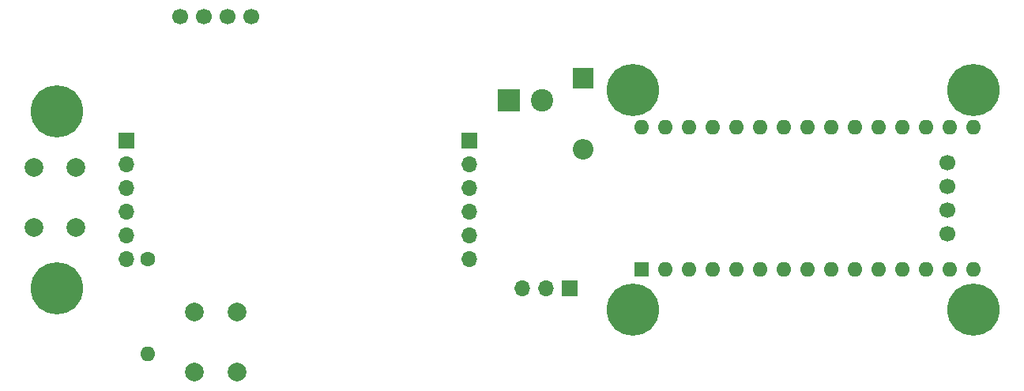
<source format=gbr>
%TF.GenerationSoftware,KiCad,Pcbnew,(6.0.9-0)*%
%TF.CreationDate,2023-02-26T22:19:27+01:00*%
%TF.ProjectId,FilamentSpoolScale,46696c61-6d65-46e7-9453-706f6f6c5363,rev?*%
%TF.SameCoordinates,Original*%
%TF.FileFunction,Soldermask,Bot*%
%TF.FilePolarity,Negative*%
%FSLAX46Y46*%
G04 Gerber Fmt 4.6, Leading zero omitted, Abs format (unit mm)*
G04 Created by KiCad (PCBNEW (6.0.9-0)) date 2023-02-26 22:19:27*
%MOMM*%
%LPD*%
G01*
G04 APERTURE LIST*
%ADD10C,3.600000*%
%ADD11C,5.600000*%
%ADD12R,1.600000X1.600000*%
%ADD13O,1.600000X1.600000*%
%ADD14C,1.700000*%
%ADD15R,2.200000X2.200000*%
%ADD16O,2.200000X2.200000*%
%ADD17C,2.000000*%
%ADD18R,1.700000X1.700000*%
%ADD19O,1.700000X1.700000*%
%ADD20R,2.400000X2.400000*%
%ADD21C,2.400000*%
%ADD22C,1.600000*%
G04 APERTURE END LIST*
D10*
%TO.C,H5*%
X29800000Y-38000000D03*
D11*
X29800000Y-38000000D03*
%TD*%
%TO.C,H2*%
X128000000Y-35750000D03*
D10*
X128000000Y-35750000D03*
%TD*%
D12*
%TO.C,A1*%
X92450000Y-55000000D03*
D13*
X94990000Y-55000000D03*
X97530000Y-55000000D03*
X100070000Y-55000000D03*
X102610000Y-55000000D03*
X105150000Y-55000000D03*
X107690000Y-55000000D03*
X110230000Y-55000000D03*
X112770000Y-55000000D03*
X115310000Y-55000000D03*
X117850000Y-55000000D03*
X120390000Y-55000000D03*
X122930000Y-55000000D03*
X125470000Y-55000000D03*
X128010000Y-55000000D03*
X128010000Y-39760000D03*
X125470000Y-39760000D03*
X122930000Y-39760000D03*
X120390000Y-39760000D03*
X117850000Y-39760000D03*
X115310000Y-39760000D03*
X112770000Y-39760000D03*
X110230000Y-39760000D03*
X107690000Y-39760000D03*
X105150000Y-39760000D03*
X102610000Y-39760000D03*
X100070000Y-39760000D03*
X97530000Y-39760000D03*
X94990000Y-39760000D03*
X92450000Y-39760000D03*
%TD*%
D14*
%TO.C,J1*%
X50600000Y-27900000D03*
X48060000Y-27900000D03*
X45520000Y-27900000D03*
X42980000Y-27900000D03*
%TD*%
D10*
%TO.C,H4*%
X91500000Y-59250000D03*
D11*
X91500000Y-59250000D03*
%TD*%
%TO.C,H6*%
X29800000Y-57000000D03*
D10*
X29800000Y-57000000D03*
%TD*%
D11*
%TO.C,H1*%
X91500000Y-35750000D03*
D10*
X91500000Y-35750000D03*
%TD*%
D15*
%TO.C,D1*%
X86200000Y-34440000D03*
D16*
X86200000Y-42060000D03*
%TD*%
D17*
%TO.C,SW1*%
X44550000Y-66000000D03*
X44550000Y-59500000D03*
X49050000Y-66000000D03*
X49050000Y-59500000D03*
%TD*%
D18*
%TO.C,J5*%
X74000000Y-41150000D03*
D19*
X74000000Y-43690000D03*
X74000000Y-46230000D03*
X74000000Y-48770000D03*
X74000000Y-51310000D03*
X74000000Y-53850000D03*
%TD*%
D18*
%TO.C,J4*%
X84750000Y-57000000D03*
D19*
X82210000Y-57000000D03*
X79670000Y-57000000D03*
%TD*%
D10*
%TO.C,H3*%
X128000000Y-59250000D03*
D11*
X128000000Y-59250000D03*
%TD*%
D17*
%TO.C,SW2*%
X31800000Y-44000000D03*
X31800000Y-50500000D03*
X27300000Y-44000000D03*
X27300000Y-50500000D03*
%TD*%
D20*
%TO.C,J3*%
X78250000Y-36850000D03*
D21*
X81750000Y-36850000D03*
%TD*%
D18*
%TO.C,J6*%
X37200000Y-41150000D03*
D19*
X37200000Y-43690000D03*
X37200000Y-46230000D03*
X37200000Y-48770000D03*
X37200000Y-51310000D03*
X37200000Y-53850000D03*
%TD*%
D14*
%TO.C,J2*%
X125200000Y-43550000D03*
X125200000Y-46090000D03*
X125200000Y-48630000D03*
X125200000Y-51170000D03*
%TD*%
D22*
%TO.C,R1*%
X39500000Y-53900000D03*
D13*
X39500000Y-64060000D03*
%TD*%
M02*

</source>
